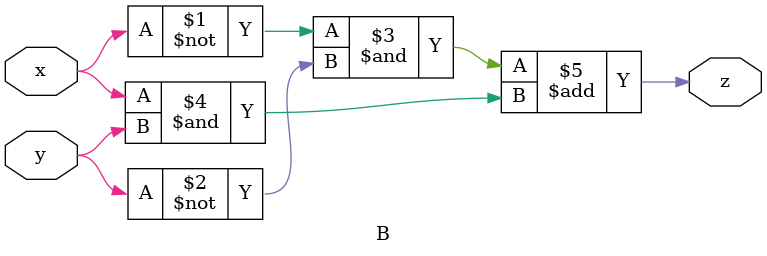
<source format=v>
module top_module (input x, input y, output z);
    wire z0;
    wire z1;
    wire z2;
    wire z3;
    

    A IA1(.x(x), .y(y), .z(z0));
    A IA2(.x(x), .y(y), .z(z2));
    B IB1(.x(x), .y(y), .z(z1));
    B IB2(.x(x), .y(y), .z(z3));
    
    assign z = (z0 | z1) ^ (z2 & z3);

endmodule

module A(
    input  x,
    input  y,
    output z);
    assign z = (x^y) & x;
endmodule

module B(
    input  x,
    input  y,
    output z);
    assign z = (~x & ~y) + (x & y);
endmodule

</source>
